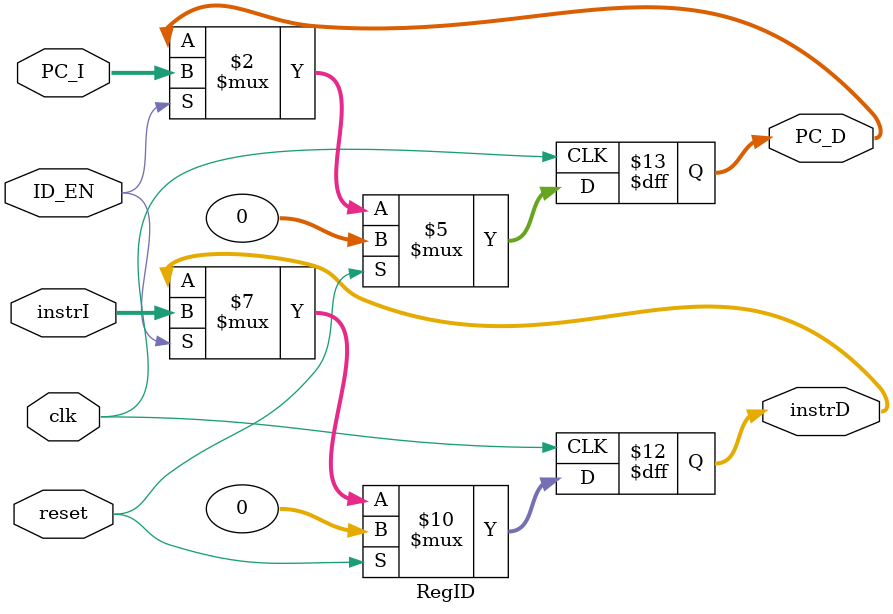
<source format=v>
`timescale 1ns / 1ps
module RegID(
        input clk, reset,
        input ID_EN,

        input   [31:0]      instrI, PC_I,
        output  reg [31:0]  instrD, PC_D
    );

    // forward instruction and pc

    always @(posedge clk) begin
        if (reset) begin
            instrD  <= 32'd0;
            PC_D  <= 32'd0;
        end
        else if (ID_EN) begin
            instrD  <= instrI;
            PC_D   <= PC_I;
        end
    end

endmodule

</source>
